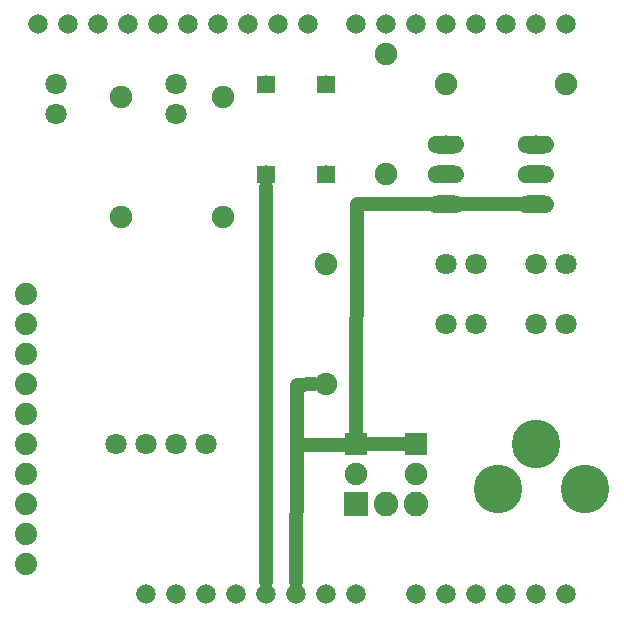
<source format=gtl>
G04 MADE WITH FRITZING*
G04 WWW.FRITZING.ORG*
G04 DOUBLE SIDED*
G04 HOLES PLATED*
G04 CONTOUR ON CENTER OF CONTOUR VECTOR*
%ASAXBY*%
%FSLAX23Y23*%
%MOIN*%
%OFA0B0*%
%SFA1.0B1.0*%
%ADD10C,0.162000*%
%ADD11C,0.059370*%
%ADD12C,0.065278*%
%ADD13C,0.074000*%
%ADD14C,0.082000*%
%ADD15C,0.070866*%
%ADD16C,0.075000*%
%ADD17C,0.060000*%
%ADD18R,0.082000X0.082000*%
%ADD19R,0.075000X0.075000*%
%ADD20C,0.048000*%
%ADD21R,0.001000X0.001000*%
%LNCOPPER1*%
G90*
G70*
G54D10*
X1830Y450D03*
X2118Y451D03*
X1955Y598D03*
X1830Y450D03*
X2118Y451D03*
X1955Y598D03*
G54D11*
X1255Y1798D03*
X1255Y1498D03*
X1055Y1798D03*
X1055Y1498D03*
X1255Y1798D03*
X1255Y1498D03*
X1055Y1798D03*
X1055Y1498D03*
G54D12*
X1655Y98D03*
X1755Y98D03*
X1855Y98D03*
X1955Y98D03*
X2055Y98D03*
X1195Y1998D03*
X1095Y1998D03*
X995Y1998D03*
X895Y1998D03*
X795Y1998D03*
X695Y1998D03*
X595Y1998D03*
X495Y1998D03*
X395Y1998D03*
X295Y1998D03*
X2055Y1998D03*
X1955Y1998D03*
X1855Y1998D03*
X1755Y1998D03*
X1655Y1998D03*
X1555Y1998D03*
X1455Y1998D03*
X1355Y1998D03*
X755Y98D03*
X655Y98D03*
X855Y98D03*
X955Y98D03*
X1055Y98D03*
X1155Y98D03*
X1255Y98D03*
X1355Y98D03*
X1555Y98D03*
G54D13*
X255Y698D03*
X255Y798D03*
X255Y898D03*
X255Y798D03*
X255Y1098D03*
X255Y998D03*
X255Y598D03*
X255Y498D03*
X255Y398D03*
X255Y298D03*
X255Y198D03*
X255Y1098D03*
G54D14*
X1355Y398D03*
X1455Y398D03*
X1555Y398D03*
X1355Y398D03*
X1455Y398D03*
X1555Y398D03*
G54D15*
X555Y598D03*
X655Y598D03*
X755Y598D03*
X855Y598D03*
X555Y598D03*
X655Y598D03*
X755Y598D03*
X855Y598D03*
G54D16*
X1355Y598D03*
X1355Y498D03*
X1355Y598D03*
X1355Y498D03*
X1555Y598D03*
X1555Y498D03*
X1555Y598D03*
X1555Y498D03*
G54D17*
X1655Y1398D03*
X1655Y1498D03*
X1655Y1598D03*
X1655Y1398D03*
X1655Y1498D03*
X1655Y1598D03*
X1655Y1398D03*
X1655Y1498D03*
X1655Y1598D03*
X1955Y1398D03*
X1955Y1498D03*
X1955Y1598D03*
X1955Y1398D03*
X1955Y1498D03*
X1955Y1598D03*
X1955Y1398D03*
X1955Y1498D03*
X1955Y1598D03*
G54D15*
X1655Y1198D03*
X1755Y1198D03*
X1655Y1198D03*
X1755Y1198D03*
X1655Y998D03*
X1755Y998D03*
X1655Y998D03*
X1755Y998D03*
X1955Y998D03*
X2055Y998D03*
X1955Y998D03*
X2055Y998D03*
X1955Y1198D03*
X2055Y1198D03*
X1955Y1198D03*
X2055Y1198D03*
X755Y1798D03*
X755Y1698D03*
X755Y1798D03*
X755Y1698D03*
X355Y1798D03*
X355Y1698D03*
X355Y1798D03*
X355Y1698D03*
G54D16*
X913Y1356D03*
X913Y1756D03*
X913Y1356D03*
X913Y1756D03*
X573Y1357D03*
X573Y1757D03*
X573Y1357D03*
X573Y1757D03*
X1455Y1498D03*
X1455Y1898D03*
X1455Y1498D03*
X1455Y1898D03*
X1655Y1798D03*
X2055Y1798D03*
X1655Y1798D03*
X2055Y1798D03*
X1255Y798D03*
X1255Y1198D03*
X1255Y798D03*
X1255Y1198D03*
G54D18*
X1355Y398D03*
X1355Y398D03*
G54D19*
X1355Y598D03*
X1355Y598D03*
X1555Y598D03*
X1555Y598D03*
G54D20*
X1697Y1398D02*
X1912Y1398D01*
D02*
X1515Y598D02*
X1394Y598D01*
D02*
X1357Y1398D02*
X1612Y1398D01*
D02*
X1355Y638D02*
X1357Y1398D01*
D02*
X1055Y1456D02*
X1055Y140D01*
D02*
X1157Y797D02*
X1215Y798D01*
D02*
X1157Y597D02*
X1157Y797D01*
D02*
X1157Y597D02*
X1357Y597D01*
D02*
X1357Y597D02*
X1157Y597D01*
D02*
X1155Y140D02*
X1157Y597D01*
G54D21*
X1025Y1827D02*
X1083Y1827D01*
X1225Y1827D02*
X1283Y1827D01*
X1025Y1826D02*
X1083Y1826D01*
X1225Y1826D02*
X1283Y1826D01*
X1025Y1825D02*
X1083Y1825D01*
X1225Y1825D02*
X1283Y1825D01*
X1025Y1824D02*
X1083Y1824D01*
X1225Y1824D02*
X1283Y1824D01*
X1025Y1823D02*
X1083Y1823D01*
X1225Y1823D02*
X1283Y1823D01*
X1025Y1822D02*
X1083Y1822D01*
X1225Y1822D02*
X1283Y1822D01*
X1025Y1821D02*
X1083Y1821D01*
X1225Y1821D02*
X1283Y1821D01*
X1025Y1820D02*
X1083Y1820D01*
X1225Y1820D02*
X1283Y1820D01*
X1025Y1819D02*
X1083Y1819D01*
X1225Y1819D02*
X1283Y1819D01*
X1025Y1818D02*
X1083Y1818D01*
X1225Y1818D02*
X1283Y1818D01*
X1025Y1817D02*
X1049Y1817D01*
X1059Y1817D02*
X1083Y1817D01*
X1225Y1817D02*
X1249Y1817D01*
X1259Y1817D02*
X1283Y1817D01*
X1025Y1816D02*
X1046Y1816D01*
X1062Y1816D02*
X1083Y1816D01*
X1225Y1816D02*
X1246Y1816D01*
X1262Y1816D02*
X1283Y1816D01*
X1025Y1815D02*
X1044Y1815D01*
X1064Y1815D02*
X1083Y1815D01*
X1225Y1815D02*
X1244Y1815D01*
X1264Y1815D02*
X1283Y1815D01*
X1025Y1814D02*
X1042Y1814D01*
X1066Y1814D02*
X1083Y1814D01*
X1225Y1814D02*
X1242Y1814D01*
X1266Y1814D02*
X1283Y1814D01*
X1025Y1813D02*
X1041Y1813D01*
X1067Y1813D02*
X1083Y1813D01*
X1225Y1813D02*
X1241Y1813D01*
X1267Y1813D02*
X1283Y1813D01*
X1025Y1812D02*
X1040Y1812D01*
X1068Y1812D02*
X1083Y1812D01*
X1225Y1812D02*
X1240Y1812D01*
X1268Y1812D02*
X1283Y1812D01*
X1025Y1811D02*
X1039Y1811D01*
X1069Y1811D02*
X1083Y1811D01*
X1225Y1811D02*
X1239Y1811D01*
X1269Y1811D02*
X1283Y1811D01*
X1025Y1810D02*
X1038Y1810D01*
X1070Y1810D02*
X1083Y1810D01*
X1225Y1810D02*
X1238Y1810D01*
X1270Y1810D02*
X1283Y1810D01*
X1025Y1809D02*
X1037Y1809D01*
X1071Y1809D02*
X1083Y1809D01*
X1225Y1809D02*
X1237Y1809D01*
X1271Y1809D02*
X1283Y1809D01*
X1025Y1808D02*
X1037Y1808D01*
X1071Y1808D02*
X1083Y1808D01*
X1225Y1808D02*
X1237Y1808D01*
X1271Y1808D02*
X1283Y1808D01*
X1025Y1807D02*
X1036Y1807D01*
X1072Y1807D02*
X1083Y1807D01*
X1225Y1807D02*
X1236Y1807D01*
X1272Y1807D02*
X1283Y1807D01*
X1025Y1806D02*
X1036Y1806D01*
X1073Y1806D02*
X1083Y1806D01*
X1225Y1806D02*
X1236Y1806D01*
X1273Y1806D02*
X1283Y1806D01*
X1025Y1805D02*
X1035Y1805D01*
X1073Y1805D02*
X1083Y1805D01*
X1225Y1805D02*
X1235Y1805D01*
X1273Y1805D02*
X1283Y1805D01*
X1025Y1804D02*
X1035Y1804D01*
X1073Y1804D02*
X1083Y1804D01*
X1225Y1804D02*
X1235Y1804D01*
X1273Y1804D02*
X1283Y1804D01*
X1025Y1803D02*
X1035Y1803D01*
X1074Y1803D02*
X1083Y1803D01*
X1225Y1803D02*
X1235Y1803D01*
X1274Y1803D02*
X1283Y1803D01*
X1025Y1802D02*
X1034Y1802D01*
X1074Y1802D02*
X1083Y1802D01*
X1225Y1802D02*
X1234Y1802D01*
X1274Y1802D02*
X1283Y1802D01*
X1025Y1801D02*
X1034Y1801D01*
X1074Y1801D02*
X1083Y1801D01*
X1225Y1801D02*
X1234Y1801D01*
X1274Y1801D02*
X1283Y1801D01*
X1025Y1800D02*
X1034Y1800D01*
X1074Y1800D02*
X1083Y1800D01*
X1225Y1800D02*
X1234Y1800D01*
X1274Y1800D02*
X1283Y1800D01*
X1025Y1799D02*
X1034Y1799D01*
X1074Y1799D02*
X1083Y1799D01*
X1225Y1799D02*
X1234Y1799D01*
X1274Y1799D02*
X1283Y1799D01*
X1025Y1798D02*
X1034Y1798D01*
X1074Y1798D02*
X1083Y1798D01*
X1225Y1798D02*
X1234Y1798D01*
X1274Y1798D02*
X1283Y1798D01*
X1025Y1797D02*
X1034Y1797D01*
X1074Y1797D02*
X1083Y1797D01*
X1225Y1797D02*
X1234Y1797D01*
X1274Y1797D02*
X1283Y1797D01*
X1025Y1796D02*
X1034Y1796D01*
X1074Y1796D02*
X1083Y1796D01*
X1225Y1796D02*
X1234Y1796D01*
X1274Y1796D02*
X1283Y1796D01*
X1025Y1795D02*
X1034Y1795D01*
X1074Y1795D02*
X1083Y1795D01*
X1225Y1795D02*
X1234Y1795D01*
X1274Y1795D02*
X1283Y1795D01*
X1025Y1794D02*
X1034Y1794D01*
X1074Y1794D02*
X1083Y1794D01*
X1225Y1794D02*
X1234Y1794D01*
X1274Y1794D02*
X1283Y1794D01*
X1025Y1793D02*
X1035Y1793D01*
X1074Y1793D02*
X1083Y1793D01*
X1225Y1793D02*
X1235Y1793D01*
X1274Y1793D02*
X1283Y1793D01*
X1025Y1792D02*
X1035Y1792D01*
X1073Y1792D02*
X1083Y1792D01*
X1225Y1792D02*
X1235Y1792D01*
X1273Y1792D02*
X1283Y1792D01*
X1025Y1791D02*
X1035Y1791D01*
X1073Y1791D02*
X1083Y1791D01*
X1225Y1791D02*
X1235Y1791D01*
X1273Y1791D02*
X1283Y1791D01*
X1025Y1790D02*
X1036Y1790D01*
X1073Y1790D02*
X1083Y1790D01*
X1225Y1790D02*
X1236Y1790D01*
X1273Y1790D02*
X1283Y1790D01*
X1025Y1789D02*
X1036Y1789D01*
X1072Y1789D02*
X1083Y1789D01*
X1225Y1789D02*
X1236Y1789D01*
X1272Y1789D02*
X1283Y1789D01*
X1025Y1788D02*
X1037Y1788D01*
X1071Y1788D02*
X1083Y1788D01*
X1225Y1788D02*
X1237Y1788D01*
X1271Y1788D02*
X1283Y1788D01*
X1025Y1787D02*
X1037Y1787D01*
X1071Y1787D02*
X1083Y1787D01*
X1225Y1787D02*
X1237Y1787D01*
X1271Y1787D02*
X1283Y1787D01*
X1025Y1786D02*
X1038Y1786D01*
X1070Y1786D02*
X1083Y1786D01*
X1225Y1786D02*
X1238Y1786D01*
X1270Y1786D02*
X1283Y1786D01*
X1025Y1785D02*
X1039Y1785D01*
X1069Y1785D02*
X1083Y1785D01*
X1225Y1785D02*
X1239Y1785D01*
X1269Y1785D02*
X1283Y1785D01*
X1025Y1784D02*
X1040Y1784D01*
X1068Y1784D02*
X1083Y1784D01*
X1225Y1784D02*
X1240Y1784D01*
X1268Y1784D02*
X1283Y1784D01*
X1025Y1783D02*
X1041Y1783D01*
X1067Y1783D02*
X1083Y1783D01*
X1225Y1783D02*
X1241Y1783D01*
X1267Y1783D02*
X1283Y1783D01*
X1025Y1782D02*
X1042Y1782D01*
X1066Y1782D02*
X1083Y1782D01*
X1225Y1782D02*
X1242Y1782D01*
X1266Y1782D02*
X1283Y1782D01*
X1025Y1781D02*
X1044Y1781D01*
X1064Y1781D02*
X1083Y1781D01*
X1225Y1781D02*
X1244Y1781D01*
X1264Y1781D02*
X1283Y1781D01*
X1025Y1780D02*
X1046Y1780D01*
X1063Y1780D02*
X1083Y1780D01*
X1225Y1780D02*
X1246Y1780D01*
X1263Y1780D02*
X1283Y1780D01*
X1025Y1779D02*
X1049Y1779D01*
X1060Y1779D02*
X1083Y1779D01*
X1225Y1779D02*
X1249Y1779D01*
X1260Y1779D02*
X1283Y1779D01*
X1025Y1778D02*
X1083Y1778D01*
X1225Y1778D02*
X1283Y1778D01*
X1025Y1777D02*
X1083Y1777D01*
X1225Y1777D02*
X1283Y1777D01*
X1025Y1776D02*
X1083Y1776D01*
X1225Y1776D02*
X1283Y1776D01*
X1025Y1775D02*
X1083Y1775D01*
X1225Y1775D02*
X1283Y1775D01*
X1025Y1774D02*
X1083Y1774D01*
X1225Y1774D02*
X1283Y1774D01*
X1025Y1773D02*
X1083Y1773D01*
X1225Y1773D02*
X1283Y1773D01*
X1025Y1772D02*
X1083Y1772D01*
X1225Y1772D02*
X1283Y1772D01*
X1025Y1771D02*
X1083Y1771D01*
X1225Y1771D02*
X1283Y1771D01*
X1025Y1770D02*
X1083Y1770D01*
X1225Y1770D02*
X1283Y1770D01*
X1025Y1769D02*
X1083Y1769D01*
X1225Y1769D02*
X1283Y1769D01*
X1617Y1627D02*
X1691Y1627D01*
X1917Y1627D02*
X1991Y1627D01*
X1614Y1626D02*
X1694Y1626D01*
X1914Y1626D02*
X1994Y1626D01*
X1612Y1625D02*
X1697Y1625D01*
X1912Y1625D02*
X1997Y1625D01*
X1610Y1624D02*
X1698Y1624D01*
X1910Y1624D02*
X1998Y1624D01*
X1608Y1623D02*
X1700Y1623D01*
X1908Y1623D02*
X2000Y1623D01*
X1607Y1622D02*
X1701Y1622D01*
X1907Y1622D02*
X2001Y1622D01*
X1605Y1621D02*
X1703Y1621D01*
X1905Y1621D02*
X2003Y1621D01*
X1604Y1620D02*
X1704Y1620D01*
X1904Y1620D02*
X2004Y1620D01*
X1603Y1619D02*
X1705Y1619D01*
X1903Y1619D02*
X2005Y1619D01*
X1602Y1618D02*
X1706Y1618D01*
X1902Y1618D02*
X2006Y1618D01*
X1601Y1617D02*
X1648Y1617D01*
X1660Y1617D02*
X1707Y1617D01*
X1901Y1617D02*
X1948Y1617D01*
X1960Y1617D02*
X2007Y1617D01*
X1601Y1616D02*
X1645Y1616D01*
X1663Y1616D02*
X1707Y1616D01*
X1901Y1616D02*
X1945Y1616D01*
X1963Y1616D02*
X2007Y1616D01*
X1600Y1615D02*
X1643Y1615D01*
X1665Y1615D02*
X1708Y1615D01*
X1900Y1615D02*
X1943Y1615D01*
X1965Y1615D02*
X2008Y1615D01*
X1599Y1614D02*
X1642Y1614D01*
X1666Y1614D02*
X1709Y1614D01*
X1899Y1614D02*
X1942Y1614D01*
X1966Y1614D02*
X2009Y1614D01*
X1599Y1613D02*
X1640Y1613D01*
X1668Y1613D02*
X1709Y1613D01*
X1899Y1613D02*
X1940Y1613D01*
X1968Y1613D02*
X2009Y1613D01*
X1598Y1612D02*
X1639Y1612D01*
X1669Y1612D02*
X1710Y1612D01*
X1898Y1612D02*
X1939Y1612D01*
X1969Y1612D02*
X2010Y1612D01*
X1598Y1611D02*
X1638Y1611D01*
X1670Y1611D02*
X1711Y1611D01*
X1898Y1611D02*
X1938Y1611D01*
X1970Y1611D02*
X2011Y1611D01*
X1597Y1610D02*
X1638Y1610D01*
X1670Y1610D02*
X1711Y1610D01*
X1897Y1610D02*
X1938Y1610D01*
X1970Y1610D02*
X2011Y1610D01*
X1597Y1609D02*
X1637Y1609D01*
X1671Y1609D02*
X1711Y1609D01*
X1897Y1609D02*
X1937Y1609D01*
X1971Y1609D02*
X2011Y1609D01*
X1596Y1608D02*
X1636Y1608D01*
X1672Y1608D02*
X1712Y1608D01*
X1896Y1608D02*
X1936Y1608D01*
X1972Y1608D02*
X2012Y1608D01*
X1596Y1607D02*
X1636Y1607D01*
X1672Y1607D02*
X1712Y1607D01*
X1896Y1607D02*
X1936Y1607D01*
X1972Y1607D02*
X2012Y1607D01*
X1596Y1606D02*
X1635Y1606D01*
X1673Y1606D02*
X1712Y1606D01*
X1896Y1606D02*
X1935Y1606D01*
X1973Y1606D02*
X2012Y1606D01*
X1595Y1605D02*
X1635Y1605D01*
X1673Y1605D02*
X1713Y1605D01*
X1895Y1605D02*
X1935Y1605D01*
X1973Y1605D02*
X2013Y1605D01*
X1595Y1604D02*
X1635Y1604D01*
X1674Y1604D02*
X1713Y1604D01*
X1895Y1604D02*
X1935Y1604D01*
X1973Y1604D02*
X2013Y1604D01*
X1595Y1603D02*
X1634Y1603D01*
X1674Y1603D02*
X1713Y1603D01*
X1895Y1603D02*
X1934Y1603D01*
X1974Y1603D02*
X2013Y1603D01*
X1595Y1602D02*
X1634Y1602D01*
X1674Y1602D02*
X1713Y1602D01*
X1895Y1602D02*
X1934Y1602D01*
X1974Y1602D02*
X2013Y1602D01*
X1595Y1601D02*
X1634Y1601D01*
X1674Y1601D02*
X1713Y1601D01*
X1895Y1601D02*
X1934Y1601D01*
X1974Y1601D02*
X2013Y1601D01*
X1595Y1600D02*
X1634Y1600D01*
X1674Y1600D02*
X1713Y1600D01*
X1895Y1600D02*
X1934Y1600D01*
X1974Y1600D02*
X2013Y1600D01*
X1595Y1599D02*
X1634Y1599D01*
X1674Y1599D02*
X1713Y1599D01*
X1895Y1599D02*
X1934Y1599D01*
X1974Y1599D02*
X2013Y1599D01*
X1595Y1598D02*
X1634Y1598D01*
X1675Y1598D02*
X1714Y1598D01*
X1895Y1598D02*
X1934Y1598D01*
X1974Y1598D02*
X2014Y1598D01*
X1595Y1597D02*
X1634Y1597D01*
X1674Y1597D02*
X1713Y1597D01*
X1895Y1597D02*
X1934Y1597D01*
X1974Y1597D02*
X2013Y1597D01*
X1595Y1596D02*
X1634Y1596D01*
X1674Y1596D02*
X1713Y1596D01*
X1895Y1596D02*
X1934Y1596D01*
X1974Y1596D02*
X2013Y1596D01*
X1595Y1595D02*
X1634Y1595D01*
X1674Y1595D02*
X1713Y1595D01*
X1895Y1595D02*
X1934Y1595D01*
X1974Y1595D02*
X2013Y1595D01*
X1595Y1594D02*
X1634Y1594D01*
X1674Y1594D02*
X1713Y1594D01*
X1895Y1594D02*
X1934Y1594D01*
X1974Y1594D02*
X2013Y1594D01*
X1595Y1593D02*
X1634Y1593D01*
X1674Y1593D02*
X1713Y1593D01*
X1895Y1593D02*
X1934Y1593D01*
X1974Y1593D02*
X2013Y1593D01*
X1595Y1592D02*
X1635Y1592D01*
X1674Y1592D02*
X1713Y1592D01*
X1895Y1592D02*
X1935Y1592D01*
X1973Y1592D02*
X2013Y1592D01*
X1595Y1591D02*
X1635Y1591D01*
X1673Y1591D02*
X1713Y1591D01*
X1895Y1591D02*
X1935Y1591D01*
X1973Y1591D02*
X2013Y1591D01*
X1596Y1590D02*
X1635Y1590D01*
X1673Y1590D02*
X1712Y1590D01*
X1896Y1590D02*
X1935Y1590D01*
X1973Y1590D02*
X2012Y1590D01*
X1596Y1589D02*
X1636Y1589D01*
X1672Y1589D02*
X1712Y1589D01*
X1896Y1589D02*
X1936Y1589D01*
X1972Y1589D02*
X2012Y1589D01*
X1596Y1588D02*
X1636Y1588D01*
X1672Y1588D02*
X1712Y1588D01*
X1896Y1588D02*
X1936Y1588D01*
X1972Y1588D02*
X2012Y1588D01*
X1597Y1587D02*
X1637Y1587D01*
X1671Y1587D02*
X1711Y1587D01*
X1897Y1587D02*
X1937Y1587D01*
X1971Y1587D02*
X2011Y1587D01*
X1597Y1586D02*
X1638Y1586D01*
X1670Y1586D02*
X1711Y1586D01*
X1897Y1586D02*
X1938Y1586D01*
X1970Y1586D02*
X2011Y1586D01*
X1598Y1585D02*
X1638Y1585D01*
X1670Y1585D02*
X1711Y1585D01*
X1898Y1585D02*
X1938Y1585D01*
X1970Y1585D02*
X2011Y1585D01*
X1598Y1584D02*
X1639Y1584D01*
X1669Y1584D02*
X1710Y1584D01*
X1898Y1584D02*
X1939Y1584D01*
X1969Y1584D02*
X2010Y1584D01*
X1599Y1583D02*
X1640Y1583D01*
X1668Y1583D02*
X1709Y1583D01*
X1899Y1583D02*
X1940Y1583D01*
X1968Y1583D02*
X2009Y1583D01*
X1599Y1582D02*
X1642Y1582D01*
X1666Y1582D02*
X1709Y1582D01*
X1899Y1582D02*
X1942Y1582D01*
X1966Y1582D02*
X2009Y1582D01*
X1600Y1581D02*
X1643Y1581D01*
X1665Y1581D02*
X1708Y1581D01*
X1900Y1581D02*
X1943Y1581D01*
X1965Y1581D02*
X2008Y1581D01*
X1601Y1580D02*
X1645Y1580D01*
X1663Y1580D02*
X1707Y1580D01*
X1901Y1580D02*
X1945Y1580D01*
X1963Y1580D02*
X2007Y1580D01*
X1601Y1579D02*
X1648Y1579D01*
X1660Y1579D02*
X1707Y1579D01*
X1901Y1579D02*
X1948Y1579D01*
X1960Y1579D02*
X2007Y1579D01*
X1602Y1578D02*
X1706Y1578D01*
X1902Y1578D02*
X2006Y1578D01*
X1603Y1577D02*
X1705Y1577D01*
X1903Y1577D02*
X2005Y1577D01*
X1604Y1576D02*
X1704Y1576D01*
X1904Y1576D02*
X2004Y1576D01*
X1605Y1575D02*
X1703Y1575D01*
X1905Y1575D02*
X2003Y1575D01*
X1607Y1574D02*
X1701Y1574D01*
X1907Y1574D02*
X2001Y1574D01*
X1608Y1573D02*
X1700Y1573D01*
X1908Y1573D02*
X2000Y1573D01*
X1610Y1572D02*
X1698Y1572D01*
X1910Y1572D02*
X1998Y1572D01*
X1612Y1571D02*
X1697Y1571D01*
X1912Y1571D02*
X1997Y1571D01*
X1614Y1570D02*
X1694Y1570D01*
X1914Y1570D02*
X1994Y1570D01*
X1617Y1569D02*
X1691Y1569D01*
X1917Y1569D02*
X1991Y1569D01*
X1625Y1568D02*
X1683Y1568D01*
X1925Y1568D02*
X1983Y1568D01*
X1624Y1528D02*
X1684Y1528D01*
X1924Y1528D02*
X1984Y1528D01*
X1025Y1527D02*
X1083Y1527D01*
X1225Y1527D02*
X1283Y1527D01*
X1617Y1527D02*
X1691Y1527D01*
X1917Y1527D02*
X1991Y1527D01*
X1025Y1526D02*
X1083Y1526D01*
X1225Y1526D02*
X1283Y1526D01*
X1614Y1526D02*
X1694Y1526D01*
X1914Y1526D02*
X1994Y1526D01*
X1025Y1525D02*
X1083Y1525D01*
X1225Y1525D02*
X1283Y1525D01*
X1612Y1525D02*
X1697Y1525D01*
X1911Y1525D02*
X1997Y1525D01*
X1025Y1524D02*
X1083Y1524D01*
X1225Y1524D02*
X1283Y1524D01*
X1610Y1524D02*
X1698Y1524D01*
X1910Y1524D02*
X1998Y1524D01*
X1025Y1523D02*
X1083Y1523D01*
X1225Y1523D02*
X1283Y1523D01*
X1608Y1523D02*
X1700Y1523D01*
X1908Y1523D02*
X2000Y1523D01*
X1025Y1522D02*
X1083Y1522D01*
X1225Y1522D02*
X1283Y1522D01*
X1607Y1522D02*
X1702Y1522D01*
X1907Y1522D02*
X2001Y1522D01*
X1025Y1521D02*
X1083Y1521D01*
X1225Y1521D02*
X1283Y1521D01*
X1605Y1521D02*
X1703Y1521D01*
X1905Y1521D02*
X2003Y1521D01*
X1025Y1520D02*
X1083Y1520D01*
X1225Y1520D02*
X1283Y1520D01*
X1604Y1520D02*
X1704Y1520D01*
X1904Y1520D02*
X2004Y1520D01*
X1025Y1519D02*
X1083Y1519D01*
X1225Y1519D02*
X1283Y1519D01*
X1603Y1519D02*
X1705Y1519D01*
X1903Y1519D02*
X2005Y1519D01*
X1025Y1518D02*
X1083Y1518D01*
X1225Y1518D02*
X1283Y1518D01*
X1602Y1518D02*
X1706Y1518D01*
X1902Y1518D02*
X2006Y1518D01*
X1025Y1517D02*
X1049Y1517D01*
X1060Y1517D02*
X1083Y1517D01*
X1225Y1517D02*
X1249Y1517D01*
X1260Y1517D02*
X1283Y1517D01*
X1601Y1517D02*
X1648Y1517D01*
X1661Y1517D02*
X1707Y1517D01*
X1901Y1517D02*
X1948Y1517D01*
X1960Y1517D02*
X2007Y1517D01*
X1025Y1516D02*
X1046Y1516D01*
X1063Y1516D02*
X1083Y1516D01*
X1225Y1516D02*
X1246Y1516D01*
X1263Y1516D02*
X1283Y1516D01*
X1601Y1516D02*
X1645Y1516D01*
X1663Y1516D02*
X1708Y1516D01*
X1901Y1516D02*
X1945Y1516D01*
X1963Y1516D02*
X2007Y1516D01*
X1025Y1515D02*
X1044Y1515D01*
X1064Y1515D02*
X1083Y1515D01*
X1225Y1515D02*
X1244Y1515D01*
X1264Y1515D02*
X1283Y1515D01*
X1600Y1515D02*
X1643Y1515D01*
X1665Y1515D02*
X1708Y1515D01*
X1900Y1515D02*
X1943Y1515D01*
X1965Y1515D02*
X2008Y1515D01*
X1025Y1514D02*
X1042Y1514D01*
X1066Y1514D02*
X1083Y1514D01*
X1225Y1514D02*
X1242Y1514D01*
X1266Y1514D02*
X1283Y1514D01*
X1599Y1514D02*
X1642Y1514D01*
X1666Y1514D02*
X1709Y1514D01*
X1899Y1514D02*
X1942Y1514D01*
X1966Y1514D02*
X2009Y1514D01*
X1025Y1513D02*
X1041Y1513D01*
X1067Y1513D02*
X1083Y1513D01*
X1225Y1513D02*
X1241Y1513D01*
X1267Y1513D02*
X1283Y1513D01*
X1599Y1513D02*
X1640Y1513D01*
X1668Y1513D02*
X1710Y1513D01*
X1899Y1513D02*
X1940Y1513D01*
X1968Y1513D02*
X2009Y1513D01*
X1025Y1512D02*
X1040Y1512D01*
X1068Y1512D02*
X1083Y1512D01*
X1225Y1512D02*
X1240Y1512D01*
X1268Y1512D02*
X1283Y1512D01*
X1598Y1512D02*
X1639Y1512D01*
X1669Y1512D02*
X1710Y1512D01*
X1898Y1512D02*
X1939Y1512D01*
X1969Y1512D02*
X2010Y1512D01*
X1025Y1511D02*
X1039Y1511D01*
X1069Y1511D02*
X1083Y1511D01*
X1225Y1511D02*
X1239Y1511D01*
X1269Y1511D02*
X1283Y1511D01*
X1598Y1511D02*
X1638Y1511D01*
X1670Y1511D02*
X1711Y1511D01*
X1898Y1511D02*
X1938Y1511D01*
X1970Y1511D02*
X2011Y1511D01*
X1025Y1510D02*
X1038Y1510D01*
X1070Y1510D02*
X1083Y1510D01*
X1225Y1510D02*
X1238Y1510D01*
X1270Y1510D02*
X1283Y1510D01*
X1597Y1510D02*
X1638Y1510D01*
X1670Y1510D02*
X1711Y1510D01*
X1897Y1510D02*
X1938Y1510D01*
X1970Y1510D02*
X2011Y1510D01*
X1025Y1509D02*
X1037Y1509D01*
X1071Y1509D02*
X1083Y1509D01*
X1225Y1509D02*
X1237Y1509D01*
X1271Y1509D02*
X1283Y1509D01*
X1597Y1509D02*
X1637Y1509D01*
X1671Y1509D02*
X1711Y1509D01*
X1897Y1509D02*
X1937Y1509D01*
X1971Y1509D02*
X2011Y1509D01*
X1025Y1508D02*
X1037Y1508D01*
X1071Y1508D02*
X1083Y1508D01*
X1225Y1508D02*
X1237Y1508D01*
X1271Y1508D02*
X1283Y1508D01*
X1596Y1508D02*
X1636Y1508D01*
X1672Y1508D02*
X1712Y1508D01*
X1896Y1508D02*
X1936Y1508D01*
X1972Y1508D02*
X2012Y1508D01*
X1025Y1507D02*
X1036Y1507D01*
X1072Y1507D02*
X1083Y1507D01*
X1225Y1507D02*
X1236Y1507D01*
X1272Y1507D02*
X1283Y1507D01*
X1596Y1507D02*
X1636Y1507D01*
X1672Y1507D02*
X1712Y1507D01*
X1896Y1507D02*
X1936Y1507D01*
X1972Y1507D02*
X2012Y1507D01*
X1025Y1506D02*
X1036Y1506D01*
X1073Y1506D02*
X1083Y1506D01*
X1225Y1506D02*
X1236Y1506D01*
X1273Y1506D02*
X1283Y1506D01*
X1596Y1506D02*
X1635Y1506D01*
X1673Y1506D02*
X1712Y1506D01*
X1896Y1506D02*
X1935Y1506D01*
X1973Y1506D02*
X2012Y1506D01*
X1025Y1505D02*
X1035Y1505D01*
X1073Y1505D02*
X1083Y1505D01*
X1225Y1505D02*
X1235Y1505D01*
X1273Y1505D02*
X1283Y1505D01*
X1595Y1505D02*
X1635Y1505D01*
X1673Y1505D02*
X1713Y1505D01*
X1895Y1505D02*
X1935Y1505D01*
X1973Y1505D02*
X2013Y1505D01*
X1025Y1504D02*
X1035Y1504D01*
X1073Y1504D02*
X1083Y1504D01*
X1225Y1504D02*
X1235Y1504D01*
X1273Y1504D02*
X1283Y1504D01*
X1595Y1504D02*
X1635Y1504D01*
X1674Y1504D02*
X1713Y1504D01*
X1895Y1504D02*
X1935Y1504D01*
X1973Y1504D02*
X2013Y1504D01*
X1025Y1503D02*
X1035Y1503D01*
X1074Y1503D02*
X1083Y1503D01*
X1225Y1503D02*
X1235Y1503D01*
X1274Y1503D02*
X1283Y1503D01*
X1595Y1503D02*
X1634Y1503D01*
X1674Y1503D02*
X1713Y1503D01*
X1895Y1503D02*
X1934Y1503D01*
X1974Y1503D02*
X2013Y1503D01*
X1025Y1502D02*
X1034Y1502D01*
X1074Y1502D02*
X1083Y1502D01*
X1225Y1502D02*
X1234Y1502D01*
X1274Y1502D02*
X1283Y1502D01*
X1595Y1502D02*
X1634Y1502D01*
X1674Y1502D02*
X1713Y1502D01*
X1895Y1502D02*
X1934Y1502D01*
X1974Y1502D02*
X2013Y1502D01*
X1025Y1501D02*
X1034Y1501D01*
X1074Y1501D02*
X1083Y1501D01*
X1225Y1501D02*
X1234Y1501D01*
X1274Y1501D02*
X1283Y1501D01*
X1595Y1501D02*
X1634Y1501D01*
X1674Y1501D02*
X1713Y1501D01*
X1895Y1501D02*
X1934Y1501D01*
X1974Y1501D02*
X2013Y1501D01*
X1025Y1500D02*
X1034Y1500D01*
X1074Y1500D02*
X1083Y1500D01*
X1225Y1500D02*
X1234Y1500D01*
X1274Y1500D02*
X1283Y1500D01*
X1595Y1500D02*
X1634Y1500D01*
X1674Y1500D02*
X1713Y1500D01*
X1895Y1500D02*
X1934Y1500D01*
X1974Y1500D02*
X2013Y1500D01*
X1025Y1499D02*
X1034Y1499D01*
X1074Y1499D02*
X1083Y1499D01*
X1225Y1499D02*
X1234Y1499D01*
X1274Y1499D02*
X1283Y1499D01*
X1595Y1499D02*
X1634Y1499D01*
X1674Y1499D02*
X1713Y1499D01*
X1895Y1499D02*
X1934Y1499D01*
X1974Y1499D02*
X2013Y1499D01*
X1025Y1498D02*
X1034Y1498D01*
X1074Y1498D02*
X1083Y1498D01*
X1225Y1498D02*
X1234Y1498D01*
X1274Y1498D02*
X1283Y1498D01*
X1595Y1498D02*
X1634Y1498D01*
X1675Y1498D02*
X1714Y1498D01*
X1895Y1498D02*
X1934Y1498D01*
X1974Y1498D02*
X2014Y1498D01*
X1025Y1497D02*
X1034Y1497D01*
X1074Y1497D02*
X1083Y1497D01*
X1225Y1497D02*
X1234Y1497D01*
X1274Y1497D02*
X1283Y1497D01*
X1595Y1497D02*
X1634Y1497D01*
X1674Y1497D02*
X1713Y1497D01*
X1895Y1497D02*
X1934Y1497D01*
X1974Y1497D02*
X2013Y1497D01*
X1025Y1496D02*
X1034Y1496D01*
X1074Y1496D02*
X1083Y1496D01*
X1225Y1496D02*
X1234Y1496D01*
X1274Y1496D02*
X1283Y1496D01*
X1595Y1496D02*
X1634Y1496D01*
X1674Y1496D02*
X1713Y1496D01*
X1895Y1496D02*
X1934Y1496D01*
X1974Y1496D02*
X2013Y1496D01*
X1025Y1495D02*
X1034Y1495D01*
X1074Y1495D02*
X1083Y1495D01*
X1225Y1495D02*
X1234Y1495D01*
X1274Y1495D02*
X1283Y1495D01*
X1595Y1495D02*
X1634Y1495D01*
X1674Y1495D02*
X1713Y1495D01*
X1895Y1495D02*
X1934Y1495D01*
X1974Y1495D02*
X2013Y1495D01*
X1025Y1494D02*
X1034Y1494D01*
X1074Y1494D02*
X1083Y1494D01*
X1225Y1494D02*
X1234Y1494D01*
X1274Y1494D02*
X1283Y1494D01*
X1595Y1494D02*
X1634Y1494D01*
X1674Y1494D02*
X1713Y1494D01*
X1895Y1494D02*
X1934Y1494D01*
X1974Y1494D02*
X2013Y1494D01*
X1025Y1493D02*
X1035Y1493D01*
X1074Y1493D02*
X1083Y1493D01*
X1225Y1493D02*
X1235Y1493D01*
X1274Y1493D02*
X1283Y1493D01*
X1595Y1493D02*
X1634Y1493D01*
X1674Y1493D02*
X1713Y1493D01*
X1895Y1493D02*
X1934Y1493D01*
X1974Y1493D02*
X2013Y1493D01*
X1025Y1492D02*
X1035Y1492D01*
X1073Y1492D02*
X1083Y1492D01*
X1225Y1492D02*
X1235Y1492D01*
X1273Y1492D02*
X1283Y1492D01*
X1595Y1492D02*
X1635Y1492D01*
X1674Y1492D02*
X1713Y1492D01*
X1895Y1492D02*
X1935Y1492D01*
X1973Y1492D02*
X2013Y1492D01*
X1025Y1491D02*
X1035Y1491D01*
X1073Y1491D02*
X1083Y1491D01*
X1225Y1491D02*
X1235Y1491D01*
X1273Y1491D02*
X1283Y1491D01*
X1595Y1491D02*
X1635Y1491D01*
X1673Y1491D02*
X1713Y1491D01*
X1895Y1491D02*
X1935Y1491D01*
X1973Y1491D02*
X2013Y1491D01*
X1025Y1490D02*
X1036Y1490D01*
X1073Y1490D02*
X1083Y1490D01*
X1225Y1490D02*
X1236Y1490D01*
X1273Y1490D02*
X1283Y1490D01*
X1596Y1490D02*
X1635Y1490D01*
X1673Y1490D02*
X1712Y1490D01*
X1896Y1490D02*
X1935Y1490D01*
X1973Y1490D02*
X2012Y1490D01*
X1025Y1489D02*
X1036Y1489D01*
X1072Y1489D02*
X1083Y1489D01*
X1225Y1489D02*
X1236Y1489D01*
X1272Y1489D02*
X1283Y1489D01*
X1596Y1489D02*
X1636Y1489D01*
X1672Y1489D02*
X1712Y1489D01*
X1896Y1489D02*
X1936Y1489D01*
X1972Y1489D02*
X2012Y1489D01*
X1025Y1488D02*
X1037Y1488D01*
X1071Y1488D02*
X1083Y1488D01*
X1225Y1488D02*
X1237Y1488D01*
X1271Y1488D02*
X1283Y1488D01*
X1596Y1488D02*
X1636Y1488D01*
X1672Y1488D02*
X1712Y1488D01*
X1896Y1488D02*
X1936Y1488D01*
X1972Y1488D02*
X2012Y1488D01*
X1025Y1487D02*
X1037Y1487D01*
X1071Y1487D02*
X1083Y1487D01*
X1225Y1487D02*
X1237Y1487D01*
X1271Y1487D02*
X1283Y1487D01*
X1597Y1487D02*
X1637Y1487D01*
X1671Y1487D02*
X1711Y1487D01*
X1897Y1487D02*
X1937Y1487D01*
X1971Y1487D02*
X2011Y1487D01*
X1025Y1486D02*
X1038Y1486D01*
X1070Y1486D02*
X1083Y1486D01*
X1225Y1486D02*
X1238Y1486D01*
X1270Y1486D02*
X1283Y1486D01*
X1597Y1486D02*
X1638Y1486D01*
X1670Y1486D02*
X1711Y1486D01*
X1897Y1486D02*
X1938Y1486D01*
X1970Y1486D02*
X2011Y1486D01*
X1025Y1485D02*
X1039Y1485D01*
X1069Y1485D02*
X1083Y1485D01*
X1225Y1485D02*
X1239Y1485D01*
X1269Y1485D02*
X1283Y1485D01*
X1598Y1485D02*
X1638Y1485D01*
X1670Y1485D02*
X1711Y1485D01*
X1898Y1485D02*
X1938Y1485D01*
X1970Y1485D02*
X2011Y1485D01*
X1025Y1484D02*
X1040Y1484D01*
X1068Y1484D02*
X1083Y1484D01*
X1225Y1484D02*
X1240Y1484D01*
X1268Y1484D02*
X1283Y1484D01*
X1598Y1484D02*
X1639Y1484D01*
X1669Y1484D02*
X1710Y1484D01*
X1898Y1484D02*
X1939Y1484D01*
X1969Y1484D02*
X2010Y1484D01*
X1025Y1483D02*
X1041Y1483D01*
X1067Y1483D02*
X1083Y1483D01*
X1225Y1483D02*
X1241Y1483D01*
X1267Y1483D02*
X1283Y1483D01*
X1599Y1483D02*
X1640Y1483D01*
X1668Y1483D02*
X1709Y1483D01*
X1899Y1483D02*
X1940Y1483D01*
X1968Y1483D02*
X2009Y1483D01*
X1025Y1482D02*
X1042Y1482D01*
X1066Y1482D02*
X1083Y1482D01*
X1225Y1482D02*
X1242Y1482D01*
X1266Y1482D02*
X1283Y1482D01*
X1599Y1482D02*
X1642Y1482D01*
X1666Y1482D02*
X1709Y1482D01*
X1899Y1482D02*
X1942Y1482D01*
X1966Y1482D02*
X2009Y1482D01*
X1025Y1481D02*
X1044Y1481D01*
X1064Y1481D02*
X1083Y1481D01*
X1225Y1481D02*
X1244Y1481D01*
X1264Y1481D02*
X1283Y1481D01*
X1600Y1481D02*
X1643Y1481D01*
X1665Y1481D02*
X1708Y1481D01*
X1900Y1481D02*
X1943Y1481D01*
X1965Y1481D02*
X2008Y1481D01*
X1025Y1480D02*
X1046Y1480D01*
X1062Y1480D02*
X1083Y1480D01*
X1225Y1480D02*
X1246Y1480D01*
X1262Y1480D02*
X1283Y1480D01*
X1601Y1480D02*
X1645Y1480D01*
X1663Y1480D02*
X1707Y1480D01*
X1901Y1480D02*
X1945Y1480D01*
X1963Y1480D02*
X2007Y1480D01*
X1025Y1479D02*
X1049Y1479D01*
X1059Y1479D02*
X1083Y1479D01*
X1225Y1479D02*
X1249Y1479D01*
X1259Y1479D02*
X1283Y1479D01*
X1601Y1479D02*
X1648Y1479D01*
X1660Y1479D02*
X1707Y1479D01*
X1901Y1479D02*
X1948Y1479D01*
X1960Y1479D02*
X2007Y1479D01*
X1025Y1478D02*
X1083Y1478D01*
X1225Y1478D02*
X1283Y1478D01*
X1602Y1478D02*
X1706Y1478D01*
X1902Y1478D02*
X2006Y1478D01*
X1025Y1477D02*
X1083Y1477D01*
X1225Y1477D02*
X1283Y1477D01*
X1603Y1477D02*
X1705Y1477D01*
X1903Y1477D02*
X2005Y1477D01*
X1025Y1476D02*
X1083Y1476D01*
X1225Y1476D02*
X1283Y1476D01*
X1604Y1476D02*
X1704Y1476D01*
X1904Y1476D02*
X2004Y1476D01*
X1025Y1475D02*
X1083Y1475D01*
X1225Y1475D02*
X1283Y1475D01*
X1605Y1475D02*
X1703Y1475D01*
X1905Y1475D02*
X2003Y1475D01*
X1025Y1474D02*
X1083Y1474D01*
X1225Y1474D02*
X1283Y1474D01*
X1607Y1474D02*
X1701Y1474D01*
X1907Y1474D02*
X2001Y1474D01*
X1025Y1473D02*
X1083Y1473D01*
X1225Y1473D02*
X1283Y1473D01*
X1608Y1473D02*
X1700Y1473D01*
X1908Y1473D02*
X2000Y1473D01*
X1025Y1472D02*
X1083Y1472D01*
X1225Y1472D02*
X1283Y1472D01*
X1610Y1472D02*
X1698Y1472D01*
X1910Y1472D02*
X1998Y1472D01*
X1025Y1471D02*
X1083Y1471D01*
X1225Y1471D02*
X1283Y1471D01*
X1612Y1471D02*
X1696Y1471D01*
X1912Y1471D02*
X1996Y1471D01*
X1025Y1470D02*
X1083Y1470D01*
X1225Y1470D02*
X1283Y1470D01*
X1614Y1470D02*
X1694Y1470D01*
X1914Y1470D02*
X1994Y1470D01*
X1025Y1469D02*
X1083Y1469D01*
X1225Y1469D02*
X1283Y1469D01*
X1617Y1469D02*
X1691Y1469D01*
X1917Y1469D02*
X1991Y1469D01*
X1624Y1428D02*
X1684Y1428D01*
X1924Y1428D02*
X1984Y1428D01*
X1617Y1427D02*
X1691Y1427D01*
X1917Y1427D02*
X1991Y1427D01*
X1614Y1426D02*
X1694Y1426D01*
X1914Y1426D02*
X1994Y1426D01*
X1611Y1425D02*
X1697Y1425D01*
X1911Y1425D02*
X1997Y1425D01*
X1610Y1424D02*
X1699Y1424D01*
X1910Y1424D02*
X1999Y1424D01*
X1608Y1423D02*
X1700Y1423D01*
X1908Y1423D02*
X2000Y1423D01*
X1607Y1422D02*
X1702Y1422D01*
X1907Y1422D02*
X2002Y1422D01*
X1605Y1421D02*
X1703Y1421D01*
X1905Y1421D02*
X2003Y1421D01*
X1604Y1420D02*
X1704Y1420D01*
X1904Y1420D02*
X2004Y1420D01*
X1603Y1419D02*
X1705Y1419D01*
X1903Y1419D02*
X2005Y1419D01*
X1602Y1418D02*
X1653Y1418D01*
X1655Y1418D02*
X1706Y1418D01*
X1902Y1418D02*
X1953Y1418D01*
X1955Y1418D02*
X2006Y1418D01*
X1601Y1417D02*
X1647Y1417D01*
X1661Y1417D02*
X1707Y1417D01*
X1901Y1417D02*
X1947Y1417D01*
X1961Y1417D02*
X2007Y1417D01*
X1601Y1416D02*
X1645Y1416D01*
X1663Y1416D02*
X1708Y1416D01*
X1901Y1416D02*
X1945Y1416D01*
X1963Y1416D02*
X2008Y1416D01*
X1600Y1415D02*
X1643Y1415D01*
X1665Y1415D02*
X1708Y1415D01*
X1900Y1415D02*
X1943Y1415D01*
X1965Y1415D02*
X2008Y1415D01*
X1599Y1414D02*
X1642Y1414D01*
X1666Y1414D02*
X1709Y1414D01*
X1899Y1414D02*
X1942Y1414D01*
X1966Y1414D02*
X2009Y1414D01*
X1599Y1413D02*
X1640Y1413D01*
X1668Y1413D02*
X1710Y1413D01*
X1899Y1413D02*
X1940Y1413D01*
X1968Y1413D02*
X2009Y1413D01*
X1598Y1412D02*
X1639Y1412D01*
X1669Y1412D02*
X1710Y1412D01*
X1898Y1412D02*
X1939Y1412D01*
X1969Y1412D02*
X2010Y1412D01*
X1598Y1411D02*
X1638Y1411D01*
X1670Y1411D02*
X1711Y1411D01*
X1897Y1411D02*
X1938Y1411D01*
X1970Y1411D02*
X2011Y1411D01*
X1597Y1410D02*
X1638Y1410D01*
X1670Y1410D02*
X1711Y1410D01*
X1897Y1410D02*
X1938Y1410D01*
X1970Y1410D02*
X2011Y1410D01*
X1597Y1409D02*
X1637Y1409D01*
X1671Y1409D02*
X1711Y1409D01*
X1897Y1409D02*
X1937Y1409D01*
X1971Y1409D02*
X2011Y1409D01*
X1596Y1408D02*
X1636Y1408D01*
X1672Y1408D02*
X1712Y1408D01*
X1896Y1408D02*
X1936Y1408D01*
X1972Y1408D02*
X2012Y1408D01*
X1596Y1407D02*
X1636Y1407D01*
X1672Y1407D02*
X1712Y1407D01*
X1896Y1407D02*
X1936Y1407D01*
X1972Y1407D02*
X2012Y1407D01*
X1596Y1406D02*
X1635Y1406D01*
X1673Y1406D02*
X1712Y1406D01*
X1896Y1406D02*
X1935Y1406D01*
X1973Y1406D02*
X2012Y1406D01*
X1595Y1405D02*
X1635Y1405D01*
X1673Y1405D02*
X1713Y1405D01*
X1895Y1405D02*
X1935Y1405D01*
X1973Y1405D02*
X2013Y1405D01*
X1595Y1404D02*
X1635Y1404D01*
X1674Y1404D02*
X1713Y1404D01*
X1895Y1404D02*
X1935Y1404D01*
X1974Y1404D02*
X2013Y1404D01*
X1595Y1403D02*
X1634Y1403D01*
X1674Y1403D02*
X1713Y1403D01*
X1895Y1403D02*
X1934Y1403D01*
X1974Y1403D02*
X2013Y1403D01*
X1595Y1402D02*
X1634Y1402D01*
X1674Y1402D02*
X1713Y1402D01*
X1895Y1402D02*
X1934Y1402D01*
X1974Y1402D02*
X2013Y1402D01*
X1595Y1401D02*
X1634Y1401D01*
X1674Y1401D02*
X1713Y1401D01*
X1895Y1401D02*
X1934Y1401D01*
X1974Y1401D02*
X2013Y1401D01*
X1595Y1400D02*
X1634Y1400D01*
X1674Y1400D02*
X1713Y1400D01*
X1895Y1400D02*
X1934Y1400D01*
X1974Y1400D02*
X2013Y1400D01*
X1595Y1399D02*
X1634Y1399D01*
X1674Y1399D02*
X1713Y1399D01*
X1895Y1399D02*
X1934Y1399D01*
X1974Y1399D02*
X2013Y1399D01*
X1595Y1398D02*
X1634Y1398D01*
X1675Y1398D02*
X1714Y1398D01*
X1895Y1398D02*
X1934Y1398D01*
X1974Y1398D02*
X2014Y1398D01*
X1595Y1397D02*
X1634Y1397D01*
X1674Y1397D02*
X1713Y1397D01*
X1895Y1397D02*
X1934Y1397D01*
X1974Y1397D02*
X2013Y1397D01*
X1595Y1396D02*
X1634Y1396D01*
X1674Y1396D02*
X1713Y1396D01*
X1895Y1396D02*
X1934Y1396D01*
X1974Y1396D02*
X2013Y1396D01*
X1595Y1395D02*
X1634Y1395D01*
X1674Y1395D02*
X1713Y1395D01*
X1895Y1395D02*
X1934Y1395D01*
X1974Y1395D02*
X2013Y1395D01*
X1595Y1394D02*
X1634Y1394D01*
X1674Y1394D02*
X1713Y1394D01*
X1895Y1394D02*
X1934Y1394D01*
X1974Y1394D02*
X2013Y1394D01*
X1595Y1393D02*
X1634Y1393D01*
X1674Y1393D02*
X1713Y1393D01*
X1895Y1393D02*
X1934Y1393D01*
X1974Y1393D02*
X2013Y1393D01*
X1595Y1392D02*
X1635Y1392D01*
X1674Y1392D02*
X1713Y1392D01*
X1895Y1392D02*
X1935Y1392D01*
X1973Y1392D02*
X2013Y1392D01*
X1595Y1391D02*
X1635Y1391D01*
X1673Y1391D02*
X1713Y1391D01*
X1895Y1391D02*
X1935Y1391D01*
X1973Y1391D02*
X2013Y1391D01*
X1596Y1390D02*
X1635Y1390D01*
X1673Y1390D02*
X1712Y1390D01*
X1896Y1390D02*
X1935Y1390D01*
X1973Y1390D02*
X2012Y1390D01*
X1596Y1389D02*
X1636Y1389D01*
X1672Y1389D02*
X1712Y1389D01*
X1896Y1389D02*
X1936Y1389D01*
X1972Y1389D02*
X2012Y1389D01*
X1596Y1388D02*
X1636Y1388D01*
X1672Y1388D02*
X1712Y1388D01*
X1896Y1388D02*
X1936Y1388D01*
X1972Y1388D02*
X2012Y1388D01*
X1597Y1387D02*
X1637Y1387D01*
X1671Y1387D02*
X1711Y1387D01*
X1897Y1387D02*
X1937Y1387D01*
X1971Y1387D02*
X2011Y1387D01*
X1597Y1386D02*
X1638Y1386D01*
X1670Y1386D02*
X1711Y1386D01*
X1897Y1386D02*
X1938Y1386D01*
X1970Y1386D02*
X2011Y1386D01*
X1598Y1385D02*
X1639Y1385D01*
X1670Y1385D02*
X1711Y1385D01*
X1898Y1385D02*
X1938Y1385D01*
X1970Y1385D02*
X2010Y1385D01*
X1598Y1384D02*
X1639Y1384D01*
X1669Y1384D02*
X1710Y1384D01*
X1898Y1384D02*
X1939Y1384D01*
X1969Y1384D02*
X2010Y1384D01*
X1599Y1383D02*
X1640Y1383D01*
X1668Y1383D02*
X1709Y1383D01*
X1899Y1383D02*
X1940Y1383D01*
X1968Y1383D02*
X2009Y1383D01*
X1599Y1382D02*
X1642Y1382D01*
X1666Y1382D02*
X1709Y1382D01*
X1899Y1382D02*
X1942Y1382D01*
X1966Y1382D02*
X2009Y1382D01*
X1600Y1381D02*
X1643Y1381D01*
X1665Y1381D02*
X1708Y1381D01*
X1900Y1381D02*
X1943Y1381D01*
X1965Y1381D02*
X2008Y1381D01*
X1601Y1380D02*
X1645Y1380D01*
X1663Y1380D02*
X1707Y1380D01*
X1901Y1380D02*
X1945Y1380D01*
X1963Y1380D02*
X2007Y1380D01*
X1601Y1379D02*
X1648Y1379D01*
X1660Y1379D02*
X1707Y1379D01*
X1901Y1379D02*
X1948Y1379D01*
X1960Y1379D02*
X2007Y1379D01*
X1602Y1378D02*
X1706Y1378D01*
X1902Y1378D02*
X2006Y1378D01*
X1603Y1377D02*
X1705Y1377D01*
X1903Y1377D02*
X2005Y1377D01*
X1604Y1376D02*
X1704Y1376D01*
X1904Y1376D02*
X2004Y1376D01*
X1605Y1375D02*
X1703Y1375D01*
X1905Y1375D02*
X2003Y1375D01*
X1607Y1374D02*
X1701Y1374D01*
X1907Y1374D02*
X2001Y1374D01*
X1608Y1373D02*
X1700Y1373D01*
X1908Y1373D02*
X2000Y1373D01*
X1610Y1372D02*
X1698Y1372D01*
X1910Y1372D02*
X1998Y1372D01*
X1612Y1371D02*
X1696Y1371D01*
X1912Y1371D02*
X1996Y1371D01*
X1614Y1370D02*
X1694Y1370D01*
X1914Y1370D02*
X1994Y1370D01*
X1617Y1369D02*
X1691Y1369D01*
X1917Y1369D02*
X1991Y1369D01*
D02*
G04 End of Copper1*
M02*
</source>
